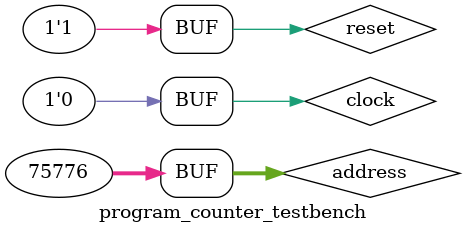
<source format=v>
`define DELAY 20
module program_counter_testbench();
wire [31:0]  next_address;
reg [31:0] address;
reg clock, reset;

program_counter muxtb(next_address,address,clock,reset);

initial begin
address=32'b00000000000000010010100000000000;clock=1;reset=0;
#`DELAY;
address=32'b00000000000000010010100000000000;clock=1;reset=0;
#`DELAY;
address=32'b00000000000000010010100000000000;clock=0;reset=1;
#`DELAY;
end
 
initial begin
$monitor("time = %2d, next_address =%32b, address=%32b ,clock=%1b,reset=%1b", $time, next_address,address,clock,reset);
end
 
endmodule
</source>
